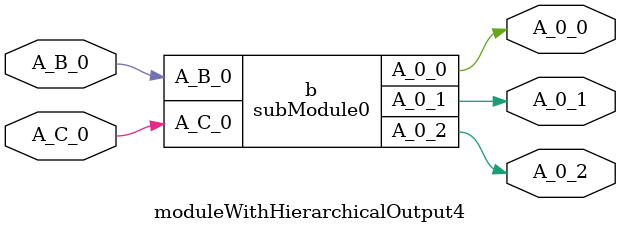
<source format=v>
module subModule0(output A_0_0, output A_0_1, output A_0_2, input A_B_0, input A_C_0);
  assign {A_0_0, A_0_1, A_0_2, A_B_0, A_C_0} = 0;
endmodule

module moduleWithHierarchicalOutput4(output A_0_0, output A_0_1, output A_0_2, input A_B_0, input A_C_0);
  subModule0 b(A_0_0, A_0_1, A_0_2, A_B_0, A_C_0);
endmodule


</source>
